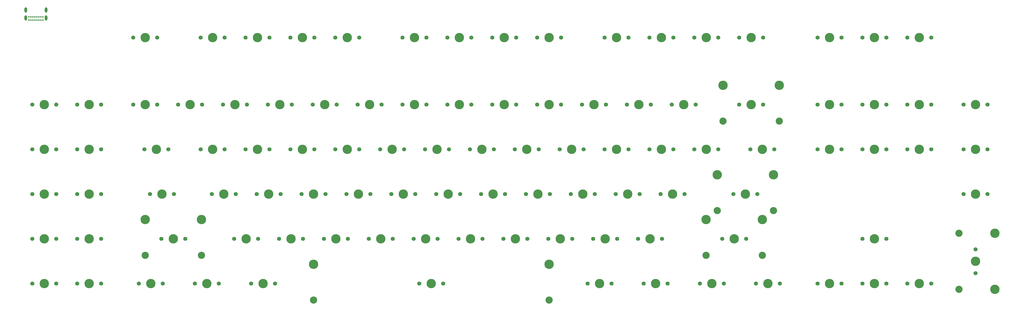
<source format=gts>
G04 #@! TF.GenerationSoftware,KiCad,Pcbnew,(5.1.5)-3*
G04 #@! TF.CreationDate,2020-02-18T06:28:18+01:00*
G04 #@! TF.ProjectId,CustomTKL101,43757374-6f6d-4544-9b4c-3130312e6b69,rev?*
G04 #@! TF.SameCoordinates,Original*
G04 #@! TF.FileFunction,Soldermask,Top*
G04 #@! TF.FilePolarity,Negative*
%FSLAX46Y46*%
G04 Gerber Fmt 4.6, Leading zero omitted, Abs format (unit mm)*
G04 Created by KiCad (PCBNEW (5.1.5)-3) date 2020-02-18 06:28:18*
%MOMM*%
%LPD*%
G04 APERTURE LIST*
%ADD10C,3.987800*%
%ADD11C,3.048000*%
%ADD12C,1.750000*%
%ADD13O,1.108000X2.216000*%
%ADD14C,0.650000*%
G04 APERTURE END LIST*
D10*
X487623000Y-190500000D03*
X487623000Y-166624000D03*
D11*
X472383000Y-190500000D03*
X472383000Y-166624000D03*
D12*
X479368000Y-183642000D03*
X479368000Y-173482000D03*
D10*
X479368000Y-178562000D03*
X298380150Y-179832000D03*
X198380350Y-179832000D03*
D11*
X298380150Y-195072000D03*
X198380350Y-195072000D03*
D12*
X253460250Y-188087000D03*
X243300250Y-188087000D03*
D10*
X248380250Y-188087000D03*
X388905750Y-160782000D03*
X365029750Y-160782000D03*
D11*
X388905750Y-176022000D03*
X365029750Y-176022000D03*
D12*
X382047750Y-169037000D03*
X371887750Y-169037000D03*
D10*
X376967750Y-169037000D03*
X393668250Y-141732000D03*
X369792250Y-141732000D03*
D11*
X393668250Y-156972000D03*
X369792250Y-156972000D03*
D12*
X386810250Y-149987000D03*
X376650250Y-149987000D03*
D10*
X381730250Y-149987000D03*
X396049500Y-103632000D03*
X372173500Y-103632000D03*
D11*
X396049500Y-118872000D03*
X372173500Y-118872000D03*
D12*
X389191500Y-111887000D03*
X379031500Y-111887000D03*
D10*
X384111500Y-111887000D03*
X150780750Y-160782000D03*
X126904750Y-160782000D03*
D11*
X150780750Y-176022000D03*
X126904750Y-176022000D03*
D12*
X143922750Y-169037000D03*
X133762750Y-169037000D03*
D10*
X138842750Y-169037000D03*
D12*
X108204000Y-149987000D03*
X98044000Y-149987000D03*
D10*
X103124000Y-149987000D03*
D12*
X108204000Y-111887000D03*
X98044000Y-111887000D03*
D10*
X103124000Y-111887000D03*
D12*
X441579000Y-111887000D03*
X431419000Y-111887000D03*
D10*
X436499000Y-111887000D03*
D12*
X460629000Y-111887000D03*
X450469000Y-111887000D03*
D10*
X455549000Y-111887000D03*
D12*
X198691500Y-130937000D03*
X188531500Y-130937000D03*
D10*
X193611500Y-130937000D03*
D12*
X179641500Y-130937000D03*
X169481500Y-130937000D03*
D10*
X174561500Y-130937000D03*
D12*
X484441500Y-111887000D03*
X474281500Y-111887000D03*
D10*
X479361500Y-111887000D03*
D12*
X160591500Y-130937000D03*
X150431500Y-130937000D03*
D10*
X155511500Y-130937000D03*
D12*
X422529000Y-188087000D03*
X412369000Y-188087000D03*
D10*
X417449000Y-188087000D03*
D12*
X441579000Y-188087000D03*
X431419000Y-188087000D03*
D10*
X436499000Y-188087000D03*
D12*
X460629000Y-188087000D03*
X450469000Y-188087000D03*
D10*
X455549000Y-188087000D03*
D12*
X441579000Y-130937000D03*
X431419000Y-130937000D03*
D10*
X436499000Y-130937000D03*
D12*
X460629000Y-130937000D03*
X450469000Y-130937000D03*
D10*
X455549000Y-130937000D03*
D12*
X484441500Y-130937000D03*
X474281500Y-130937000D03*
D10*
X479361500Y-130937000D03*
D12*
X422529000Y-130937000D03*
X412369000Y-130937000D03*
D10*
X417449000Y-130937000D03*
D12*
X165354000Y-149987000D03*
X155194000Y-149987000D03*
D10*
X160274000Y-149987000D03*
D12*
X274891500Y-130937000D03*
X264731500Y-130937000D03*
D10*
X269811500Y-130937000D03*
D12*
X312991500Y-130937000D03*
X302831500Y-130937000D03*
D10*
X307911500Y-130937000D03*
D12*
X351091500Y-130937000D03*
X340931500Y-130937000D03*
D10*
X346011500Y-130937000D03*
D12*
X370141500Y-130937000D03*
X359981500Y-130937000D03*
D10*
X365061500Y-130937000D03*
D12*
X217741500Y-130937000D03*
X207581500Y-130937000D03*
D10*
X212661500Y-130937000D03*
D12*
X236791500Y-130937000D03*
X226631500Y-130937000D03*
D10*
X231711500Y-130937000D03*
D12*
X293941500Y-130937000D03*
X283781500Y-130937000D03*
D10*
X288861500Y-130937000D03*
D12*
X332041500Y-130937000D03*
X321881500Y-130937000D03*
D10*
X326961500Y-130937000D03*
D12*
X255841500Y-130937000D03*
X245681500Y-130937000D03*
D10*
X250761500Y-130937000D03*
D12*
X132016500Y-111887000D03*
X121856500Y-111887000D03*
D10*
X126936500Y-111887000D03*
D12*
X227266500Y-111887000D03*
X217106500Y-111887000D03*
D10*
X222186500Y-111887000D03*
D12*
X151066500Y-111887000D03*
X140906500Y-111887000D03*
D10*
X145986500Y-111887000D03*
D12*
X208216500Y-111887000D03*
X198056500Y-111887000D03*
D10*
X203136500Y-111887000D03*
D12*
X170116500Y-111887000D03*
X159956500Y-111887000D03*
D10*
X165036500Y-111887000D03*
D12*
X189166500Y-111887000D03*
X179006500Y-111887000D03*
D10*
X184086500Y-111887000D03*
D12*
X203454000Y-149987000D03*
X193294000Y-149987000D03*
D10*
X198374000Y-149987000D03*
D12*
X184404000Y-149987000D03*
X174244000Y-149987000D03*
D10*
X179324000Y-149987000D03*
D12*
X222504000Y-149987000D03*
X212344000Y-149987000D03*
D10*
X217424000Y-149987000D03*
D12*
X260604000Y-149987000D03*
X250444000Y-149987000D03*
D10*
X255524000Y-149987000D03*
D12*
X279654000Y-149987000D03*
X269494000Y-149987000D03*
D10*
X274574000Y-149987000D03*
D12*
X317754000Y-149987000D03*
X307594000Y-149987000D03*
D10*
X312674000Y-149987000D03*
D12*
X336804000Y-149987000D03*
X326644000Y-149987000D03*
D10*
X331724000Y-149987000D03*
D12*
X241554000Y-149987000D03*
X231394000Y-149987000D03*
D10*
X236474000Y-149987000D03*
D12*
X298704000Y-149987000D03*
X288544000Y-149987000D03*
D10*
X293624000Y-149987000D03*
D12*
X346329000Y-169037000D03*
X336169000Y-169037000D03*
D10*
X341249000Y-169037000D03*
D12*
X441579000Y-169037000D03*
X431419000Y-169037000D03*
D10*
X436499000Y-169037000D03*
D12*
X289179000Y-169037000D03*
X279019000Y-169037000D03*
D10*
X284099000Y-169037000D03*
D12*
X251079000Y-169037000D03*
X240919000Y-169037000D03*
D10*
X245999000Y-169037000D03*
D12*
X355854000Y-149987000D03*
X345694000Y-149987000D03*
D10*
X350774000Y-149987000D03*
D12*
X174879000Y-169037000D03*
X164719000Y-169037000D03*
D10*
X169799000Y-169037000D03*
D12*
X232029000Y-169037000D03*
X221869000Y-169037000D03*
D10*
X226949000Y-169037000D03*
D12*
X484441500Y-149987000D03*
X474281500Y-149987000D03*
D10*
X479361500Y-149987000D03*
D12*
X193929000Y-169037000D03*
X183769000Y-169037000D03*
D10*
X188849000Y-169037000D03*
D12*
X212979000Y-169037000D03*
X202819000Y-169037000D03*
D10*
X207899000Y-169037000D03*
D12*
X308229000Y-169037000D03*
X298069000Y-169037000D03*
D10*
X303149000Y-169037000D03*
D12*
X327279000Y-169037000D03*
X317119000Y-169037000D03*
D10*
X322199000Y-169037000D03*
D12*
X270129000Y-169037000D03*
X259969000Y-169037000D03*
D10*
X265049000Y-169037000D03*
D12*
X303466500Y-111887000D03*
X293306500Y-111887000D03*
D10*
X298386500Y-111887000D03*
D12*
X284416500Y-111887000D03*
X274256500Y-111887000D03*
D10*
X279336500Y-111887000D03*
D12*
X322516500Y-111887000D03*
X312356500Y-111887000D03*
D10*
X317436500Y-111887000D03*
D12*
X265366500Y-111887000D03*
X255206500Y-111887000D03*
D10*
X260286500Y-111887000D03*
D12*
X360616500Y-111887000D03*
X350456500Y-111887000D03*
D10*
X355536500Y-111887000D03*
D12*
X341566500Y-111887000D03*
X331406500Y-111887000D03*
D10*
X336486500Y-111887000D03*
D12*
X422529000Y-111887000D03*
X412369000Y-111887000D03*
D10*
X417449000Y-111887000D03*
D12*
X246316500Y-111887000D03*
X236156500Y-111887000D03*
D10*
X241236500Y-111887000D03*
X131699000Y-130937000D03*
D12*
X126619000Y-130937000D03*
X136779000Y-130937000D03*
D10*
X388874000Y-130937000D03*
D12*
X383794000Y-130937000D03*
X393954000Y-130937000D03*
D10*
X134080250Y-149987000D03*
D12*
X129000250Y-149987000D03*
X139160250Y-149987000D03*
D10*
X129317750Y-188087000D03*
D12*
X124237750Y-188087000D03*
X134397750Y-188087000D03*
D10*
X391255250Y-188087000D03*
D12*
X386175250Y-188087000D03*
X396335250Y-188087000D03*
D10*
X319817750Y-188087000D03*
D12*
X314737750Y-188087000D03*
X324897750Y-188087000D03*
D10*
X176942750Y-188087000D03*
D12*
X171862750Y-188087000D03*
X182022750Y-188087000D03*
D10*
X153130250Y-188087000D03*
D12*
X148050250Y-188087000D03*
X158210250Y-188087000D03*
D10*
X367442750Y-188087000D03*
D12*
X362362750Y-188087000D03*
X372522750Y-188087000D03*
D10*
X343630250Y-188087000D03*
D12*
X338550250Y-188087000D03*
X348710250Y-188087000D03*
X89154000Y-130937000D03*
X78994000Y-130937000D03*
D10*
X84074000Y-130937000D03*
D12*
X108204000Y-130937000D03*
X98044000Y-130937000D03*
D10*
X103124000Y-130937000D03*
D12*
X108204000Y-188087000D03*
X98044000Y-188087000D03*
D10*
X103124000Y-188087000D03*
D12*
X89154000Y-188087000D03*
X78994000Y-188087000D03*
D10*
X84074000Y-188087000D03*
D12*
X89154000Y-149987000D03*
X78994000Y-149987000D03*
D10*
X84074000Y-149987000D03*
D12*
X89154000Y-111887000D03*
X78994000Y-111887000D03*
D10*
X84074000Y-111887000D03*
D12*
X108204000Y-169037000D03*
X98044000Y-169037000D03*
D10*
X103124000Y-169037000D03*
D12*
X89154000Y-169037000D03*
X78994000Y-169037000D03*
D10*
X84074000Y-169037000D03*
D12*
X132016500Y-83312000D03*
X121856500Y-83312000D03*
D10*
X126936500Y-83312000D03*
D12*
X160591500Y-83312000D03*
X150431500Y-83312000D03*
D10*
X155511500Y-83312000D03*
D12*
X179641500Y-83312000D03*
X169481500Y-83312000D03*
D10*
X174561500Y-83312000D03*
D12*
X198691500Y-83312000D03*
X188531500Y-83312000D03*
D10*
X193611500Y-83312000D03*
D12*
X217741500Y-83312000D03*
X207581500Y-83312000D03*
D10*
X212661500Y-83312000D03*
D12*
X246316500Y-83312000D03*
X236156500Y-83312000D03*
D10*
X241236500Y-83312000D03*
D12*
X265366500Y-83312000D03*
X255206500Y-83312000D03*
D10*
X260286500Y-83312000D03*
D12*
X284416500Y-83312000D03*
X274256500Y-83312000D03*
D10*
X279336500Y-83312000D03*
D12*
X303466500Y-83312000D03*
X293306500Y-83312000D03*
D10*
X298386500Y-83312000D03*
D12*
X332041500Y-83312000D03*
X321881500Y-83312000D03*
D10*
X326961500Y-83312000D03*
D12*
X351091500Y-83312000D03*
X340931500Y-83312000D03*
D10*
X346011500Y-83312000D03*
D12*
X370141500Y-83312000D03*
X359981500Y-83312000D03*
D10*
X365061500Y-83312000D03*
D12*
X389191500Y-83312000D03*
X379031500Y-83312000D03*
D10*
X384111500Y-83312000D03*
D12*
X422529000Y-83312000D03*
X412369000Y-83312000D03*
D10*
X417449000Y-83312000D03*
D12*
X441579000Y-83312000D03*
X431419000Y-83312000D03*
D10*
X436499000Y-83312000D03*
D12*
X460629000Y-83312000D03*
X450469000Y-83312000D03*
D10*
X455549000Y-83312000D03*
D13*
X84843000Y-71547000D03*
X76193000Y-71547000D03*
X76193000Y-74927000D03*
X84843000Y-74927000D03*
D14*
X83493000Y-74557000D03*
X82643000Y-74557000D03*
X81793000Y-74557000D03*
X80943000Y-74557000D03*
X80093000Y-74557000D03*
X79243000Y-74557000D03*
X78393000Y-74557000D03*
X77543000Y-74557000D03*
X77543000Y-75907000D03*
X78393000Y-75907000D03*
X79243000Y-75907000D03*
X80093000Y-75907000D03*
X80943000Y-75907000D03*
X81793000Y-75907000D03*
X82643000Y-75907000D03*
X83493000Y-75907000D03*
M02*

</source>
